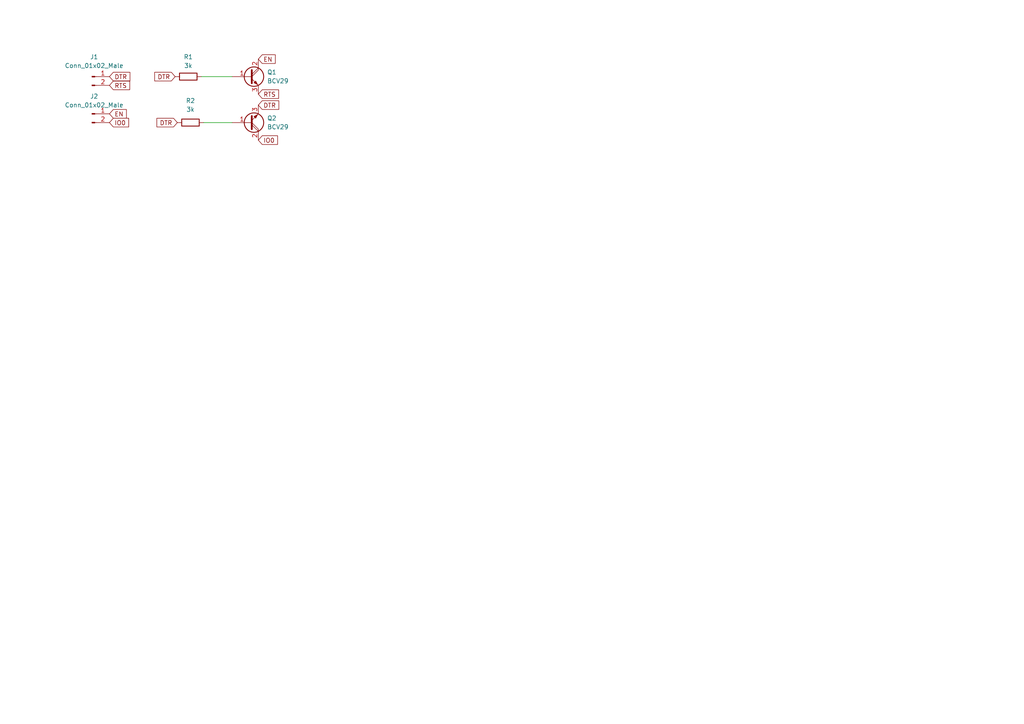
<source format=kicad_sch>
(kicad_sch (version 20211123) (generator eeschema)
  (paper "A4")
  (lib_symbols
    (symbol "Connector:Conn_01x02_Male" (pin_names (offset 1.016) hide)
      (property "Reference" "J" (at 0 2.54 0))
      (property "Value" "Conn_01x02_Male" (at 0 -5.08 0))
      (symbol "Conn_01x02_Male_1_1"
        (polyline (pts (xy 1.27 -2.54) (xy 0.8636 -2.54)) (stroke (width 0.1524)))
        (polyline (pts (xy 1.27 0) (xy 0.8636 0)) (stroke (width 0.1524)))
        (rectangle (start 0.8636 -2.413) (end 0 -2.667) (stroke (width 0.1524)) (fill (type outline)))
        (rectangle (start 0.8636 0.127) (end 0 -0.127) (stroke (width 0.1524)) (fill (type outline)))
        (pin passive line (at 5.08 0 180) (length 3.81) (name "Pin_1") (number "1"))
        (pin passive line (at 5.08 -2.54 180) (length 3.81) (name "Pin_2") (number "2"))
      )
    )
    (symbol "Device:R" (pin_numbers hide) (pin_names (offset 0))
      (property "Reference" "R" (at 2.032 0 90))
      (property "Value" "R" (at 0 0 90))
      (symbol "R_0_1"
        (rectangle (start -1.016 -2.54) (end 1.016 2.54) (stroke (width 0.254)))
      )
      (symbol "R_1_1"
        (pin passive line (at 0 3.81 270) (length 1.27) (name "~") (number "1"))
        (pin passive line (at 0 -3.81 90) (length 1.27) (name "~") (number "2"))
      )
    )
    (symbol "Transistor_BJT:BCV29" (pin_names (offset 0) hide)
      (property "Reference" "Q" (at 4.572 1.27 0))
      (property "Value" "BCV29" (at 4.572 -1.27 0))
      (symbol "BCV29_0_1"
        (polyline (pts (xy 0.635 0.635) (xy 2.54 2.54)))
        (polyline (pts (xy 0.635 -0.635) (xy 2.54 -2.54) (xy 2.54 -2.54)))
        (polyline (pts (xy 0.635 0) (xy 2.54 1.905) (xy 2.54 2.54)))
        (polyline (pts (xy 0.635 1.905) (xy 0.635 -1.905) (xy 0.635 -1.905)) (stroke (width 0.508)))
        (polyline (pts (xy 1.27 -1.778) (xy 1.778 -1.27) (xy 2.286 -2.286) (xy 1.27 -1.778) (xy 1.27 -1.778)) (fill (type outline)))
        (circle (center 1.27 0) (radius 2.8194) (stroke (width 0.254)))
      )
      (symbol "BCV29_1_1"
        (pin input line (at -5.08 0 0) (length 5.715) (name "B") (number "1"))
        (pin passive line (at 2.54 5.08 270) (length 2.54) (name "C") (number "2"))
        (pin passive line (at 2.54 -5.08 90) (length 2.54) (name "E") (number "3"))
      )
    )
  )
  (wire (pts (xy 58.42 22.225) (xy 67.31 22.225)))
  (wire (pts (xy 59.055 35.56) (xy 67.31 35.56)))
  (global_label "EN" (shape input) (at 31.75 33.02 0) (property "Обозначения листов" "${INTERSHEET_REFS}" (effects hide)))
  (global_label "DTR" (shape input) (at 31.75 22.225 0) (property "Обозначения листов" "${INTERSHEET_REFS}" (effects hide)))
  (global_label "DTR" (shape input) (at 51.435 35.56 180) (property "Обозначения листов" "${INTERSHEET_REFS}" (effects hide)))
  (global_label "RTS" (shape input) (at 74.93 27.305 0) (property "Обозначения листов" "${INTERSHEET_REFS}" (effects hide)))
  (global_label "IO0" (shape input) (at 31.75 35.56 0) (property "Обозначения листов" "${INTERSHEET_REFS}" (effects hide)))
  (global_label "IO0" (shape input) (at 74.93 40.64 0) (property "Обозначения листов" "${INTERSHEET_REFS}" (effects hide)))
  (global_label "RTS" (shape input) (at 31.75 24.765 0) (property "Обозначения листов" "${INTERSHEET_REFS}" (effects hide)))
  (global_label "DTR" (shape input) (at 50.8 22.225 180) (property "Обозначения листов" "${INTERSHEET_REFS}" (effects hide)))
  (global_label "DTR" (shape input) (at 74.93 30.48 0) (property "Обозначения листов" "${INTERSHEET_REFS}" (effects hide)))
  (global_label "EN" (shape input) (at 74.93 17.145 0) (property "Обозначения листов" "${INTERSHEET_REFS}" (effects hide)))
  (symbol (lib_id "Device:R") (at 54.61 22.225 270) (unit 1)
    (property "Reference" "R1" (at 54.61 16.51 90))
    (property "Value" "3k" (at 54.61 19.05 90))
    (property "Footprint" "Resistor_SMD:R_2010_5025Metric" (effects hide))
  )
  (symbol (lib_id "Device:R") (at 55.245 35.56 270) (unit 1)
    (property "Reference" "R2" (at 55.245 29.21 90))
    (property "Value" "3k" (at 55.245 31.75 90))
    (property "Footprint" "Resistor_SMD:R_2010_5025Metric" (effects hide))
  )
  (symbol (lib_id "Connector:Conn_01x02_Male") (at 26.67 33.02 0) (unit 1)
    (property "Reference" "J2" (at 27.305 27.94 0))
    (property "Value" "Conn_01x02_Male" (at 27.305 30.48 0))
    (property "Footprint" "Connector_PinSocket_2.54mm:PinSocket_1x02_P2.54mm_Vertical" (effects hide))
  )
  (symbol (lib_id "Transistor_BJT:BCV29") (at 72.39 22.225 0) (unit 1)
    (property "Reference" "Q1" (at 77.47 20.9549 0) (effects (justify left)))
    (property "Value" "BCV29" (at 77.47 23.4949 0) (effects (justify left)))
    (property "Footprint" "Package_TO_SOT_SMD:SOT-89-3" (effects hide))
    (property "Datasheet" "https://assets.nexperia.com/documents/data-sheet/BCV29_49.pdf" (effects hide))
  )
  (symbol (lib_id "Connector:Conn_01x02_Male") (at 26.67 22.225 0) (unit 1)
    (property "Reference" "J1" (at 27.305 16.51 0))
    (property "Value" "Conn_01x02_Male" (at 27.305 19.05 0))
    (property "Footprint" "Connector_PinSocket_2.54mm:PinSocket_1x02_P2.54mm_Vertical" (effects hide))
  )
  (symbol (lib_id "Transistor_BJT:BCV29") (at 72.39 35.56 0) (mirror x) (unit 1)
    (property "Reference" "Q2" (at 77.47 34.2899 0) (effects (justify left)))
    (property "Value" "BCV29" (at 77.47 36.8299 0) (effects (justify left)))
    (property "Footprint" "Package_TO_SOT_SMD:SOT-89-3" (effects hide))
    (property "Datasheet" "https://assets.nexperia.com/documents/data-sheet/BCV29_49.pdf" (effects hide))
  )
)
</source>
